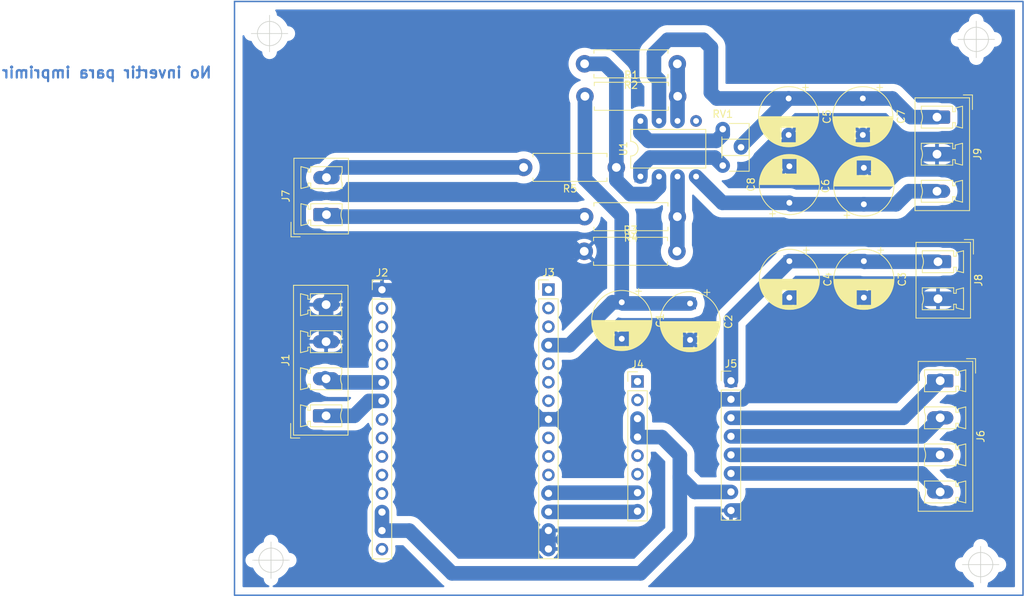
<source format=kicad_pcb>
(kicad_pcb (version 20211014) (generator pcbnew)
  (layers (0 "F.Cu" signal) (31 "B.Cu" signal) (34 "B.Paste" user) (35 "F.Paste" user) (36 "B.SilkS" user "B.Silkscreen") (37 "F.SilkS" user "F.Silkscreen") (38 "B.Mask" user) (39 "F.Mask" user) (44 "Edge.Cuts" user))
  (net 0 "")
  (net 1 "GND")
  (net 2 "Net-(R1-Pad1)")
  (net 3 "Net-(J5-Pad1)")
  (net 4 "Net-(J9-Pad1)")
  (net 5 "Net-(R2-Pad2)")
  (net 6 "Net-(U1-Pad4)")
  (net 7 "Net-(J7-Pad1)")
  (net 8 "Net-(J7-Pad2)")
  (net 9 "Net-(J1-Pad1)")
  (net 10 "Net-(J1-Pad2)")
  (net 20 "Net-(J2-Pad13)")
  (net 31 "Net-(J3-Pad12)")
  (net 32 "Net-(J3-Pad13)")
  (net 37 "Net-(J5-Pad3)")
  (net 38 "Net-(J5-Pad4)")
  (net 39 "Net-(J5-Pad5)")
  (net 40 "Net-(J5-Pad6)")
  (net 41 "Net-(RV1-Pad1)")
  (net 42 "Net-(RV1-Pad3)")
  (net 44 "Net-(U1-Pad6)")
  (net 45 "Net-(R4-Pad1)")
  (footprint "Capacitor_THT:CP_Radial_D8.0mm_P5.00mm" (layer "F.Cu") (at 139.8 85.797349 -90)
    (property "Reference" "C4")
    (property "Value" "C")
    (fp_text reference "C4" (at 2.5 -5.25 90) (layer "F.SilkS"))
    (fp_text value "C")
    (pad "1" thru_hole rect (at 0 0 270) (size 1.6 1.6) (drill 0.8) (layers *.Cu *.Mask) (net 3 "Net-(J5-Pad1)"))
    (pad "2" thru_hole circle (at 5 0 270) (size 1.6 1.6) (drill 0.8) (layers *.Cu *.Mask) (net 1 "GND"))
  )
  (footprint "Connector_PinHeader_2.54mm:PinHeader_1x08_P2.54mm_Vertical" (layer "F.Cu") (at 131.8 102.2)
    (property "Reference" "J5")
    (property "Value" "Conn_01x08_Male")
    (fp_text reference "J5" (at 0 -2.33) (layer "F.SilkS"))
    (fp_text value "Conn_01x08_Male")
    (pad "1" thru_hole rect (at 0 0) (size 1.7 1.7) (drill 1) (layers *.Cu *.Mask) (net 3 "Net-(J5-Pad1)"))
    (pad "2" thru_hole oval (at 0 2.54) (size 1.7 1.7) (drill 1) (layers *.Cu *.Mask) (net 1 "GND"))
    (pad "3" thru_hole oval (at 0 5.08) (size 1.7 1.7) (drill 1) (layers *.Cu *.Mask) (net 37 "Net-(J5-Pad3)"))
    (pad "4" thru_hole oval (at 0 7.62) (size 1.7 1.7) (drill 1) (layers *.Cu *.Mask) (net 38 "Net-(J5-Pad4)"))
    (pad "5" thru_hole oval (at 0 10.16) (size 1.7 1.7) (drill 1) (layers *.Cu *.Mask) (net 39 "Net-(J5-Pad5)"))
    (pad "6" thru_hole oval (at 0 12.7) (size 1.7 1.7) (drill 1) (layers *.Cu *.Mask) (net 40 "Net-(J5-Pad6)"))
    (pad "7" thru_hole oval (at 0 15.24) (size 1.7 1.7) (drill 1) (layers *.Cu *.Mask) (net 20 "Net-(J2-Pad13)"))
    (pad "8" thru_hole oval (at 0 17.78) (size 1.7 1.7) (drill 1) (layers *.Cu *.Mask) (net 1 "GND"))
  )
  (footprint "Capacitor_THT:CP_Radial_D8.0mm_P5.00mm" (layer "F.Cu") (at 126.2 91.597349 -90)
    (fp_text reference "C2" (at 2.5 -5.25 90) (layer "F.SilkS"))
    (fp_text value "C")
    (pad "1" thru_hole rect (at 0 0 270) (size 1.6 1.6) (drill 0.8) (layers *.Cu *.Mask) (net 2 "Net-(R1-Pad1)"))
    (pad "2" thru_hole circle (at 5 0 270) (size 1.6 1.6) (drill 0.8) (layers *.Cu *.Mask) (net 1 "GND"))
  )
  (footprint "Capacitor_THT:CP_Radial_D8.0mm_P5.00mm" (layer "F.Cu") (at 150 78.002651 90)
    (fp_text reference "C6" (at 2.5 -5.25 90) (layer "F.SilkS"))
    (fp_text value "C")
    (pad "1" thru_hole rect (at 0 0 90) (size 1.6 1.6) (drill 0.8) (layers *.Cu *.Mask) (net 6 "Net-(U1-Pad4)"))
    (pad "2" thru_hole circle (at 5 0 90) (size 1.6 1.6) (drill 0.8) (layers *.Cu *.Mask) (net 1 "GND"))
  )
  (footprint "Connector_PinHeader_2.54mm:PinHeader_1x15_P2.54mm_Vertical" (layer "F.Cu") (at 84 89.72)
    (property "Reference" "J2")
    (property "Value" "Conn_01x15_Male")
    (fp_text reference "J2" (at 0 -2.33) (layer "F.SilkS"))
    (fp_text value "Conn_01x15_Male")
    (pad "1" thru_hole rect (at 0 0) (size 1.7 1.7) (drill 1) (layers *.Cu *.Mask) (net 1 "GND"))
    (pad "2" thru_hole oval (at 0 2.54) (size 1.7 1.7) (drill 1) (layers *.Cu *.Mask))
    (pad "3" thru_hole oval (at 0 5.08) (size 1.7 1.7) (drill 1) (layers *.Cu *.Mask))
    (pad "4" thru_hole oval (at 0 7.62) (size 1.7 1.7) (drill 1) (layers *.Cu *.Mask))
    (pad "5" thru_hole oval (at 0 10.16) (size 1.7 1.7) (drill 1) (layers *.Cu *.Mask))
    (pad "6" thru_hole oval (at 0 12.7) (size 1.7 1.7) (drill 1) (layers *.Cu *.Mask) (net 10 "Net-(J1-Pad2)"))
    (pad "7" thru_hole oval (at 0 15.24) (size 1.7 1.7) (drill 1) (layers *.Cu *.Mask) (net 9 "Net-(J1-Pad1)"))
    (pad "8" thru_hole oval (at 0 17.78) (size 1.7 1.7) (drill 1) (layers *.Cu *.Mask))
    (pad "9" thru_hole oval (at 0 20.32) (size 1.7 1.7) (drill 1) (layers *.Cu *.Mask))
    (pad "10" thru_hole oval (at 0 22.86) (size 1.7 1.7) (drill 1) (layers *.Cu *.Mask))
    (pad "11" thru_hole oval (at 0 25.4) (size 1.7 1.7) (drill 1) (layers *.Cu *.Mask))
    (pad "12" thru_hole oval (at 0 27.94) (size 1.7 1.7) (drill 1) (layers *.Cu *.Mask))
    (pad "13" thru_hole oval (at 0 30.48) (size 1.7 1.7) (drill 1) (layers *.Cu *.Mask) (net 20 "Net-(J2-Pad13)"))
    (pad "14" thru_hole oval (at 0 33.02) (size 1.7 1.7) (drill 1) (layers *.Cu *.Mask) (net 20 "Net-(J2-Pad13)"))
    (pad "15" thru_hole oval (at 0 35.56) (size 1.7 1.7) (drill 1) (layers *.Cu *.Mask))
  )
  (footprint "Capacitor_THT:CP_Radial_D8.0mm_P5.00mm" (layer "F.Cu") (at 149.86 63.5 -90)
    (fp_text reference "C7" (at 2.5 -5.25 90) (layer "F.SilkS"))
    (fp_text value "C")
    (pad "1" thru_hole rect (at 0 0 270) (size 1.6 1.6) (drill 0.8) (layers *.Cu *.Mask) (net 4 "Net-(J9-Pad1)"))
    (pad "2" thru_hole circle (at 5 0 270) (size 1.6 1.6) (drill 0.8) (layers *.Cu *.Mask) (net 1 "GND"))
  )
  (footprint "Capacitor_THT:CP_Radial_D8.0mm_P5.00mm" (layer "F.Cu") (at 150 85.797349 -90)
    (property "Reference" "C3")
    (property "Value" "C")
    (fp_text reference "C3" (at 2.5 -5.25 90) (layer "F.SilkS"))
    (fp_text value "C")
    (pad "1" thru_hole rect (at 0 0 270) (size 1.6 1.6) (drill 0.8) (layers *.Cu *.Mask) (net 3 "Net-(J5-Pad1)"))
    (pad "2" thru_hole circle (at 5 0 270) (size 1.6 1.6) (drill 0.8) (layers *.Cu *.Mask) (net 1 "GND"))
  )
  (footprint "Capacitor_THT:CP_Radial_D8.0mm_P5.00mm" (layer "F.Cu") (at 116.84 91.44 -90)
    (fp_text reference "C1" (at 2.5 -5.25 90) (layer "F.SilkS"))
    (fp_text value "C")
    (pad "1" thru_hole rect (at 0 0 270) (size 1.6 1.6) (drill 0.8) (layers *.Cu *.Mask) (net 2 "Net-(R1-Pad1)"))
    (pad "2" thru_hole circle (at 5 0 270) (size 1.6 1.6) (drill 0.8) (layers *.Cu *.Mask) (net 1 "GND"))
  )
  (footprint "Connector_Phoenix_MC_HighVoltage:PhoenixContact_MCV_1,5_4-G-5.08_1x04_P5.08mm_Vertical" (layer "F.Cu") (at 76.3425 107.0025 90)
    (property "Reference" "J1")
    (property "Value" "Screw_Terminal_01x04")
    (fp_text reference "J1" (at 7.62 -5.55 90) (layer "F.SilkS"))
    (fp_text value "Screw_Terminal_01x04")
    (pad "1" thru_hole roundrect (at 0 0 90) (size 1.8 3.6) (drill 1.2) (layers *.Cu *.Mask) (roundrect_rratio 0.138889) (net 9 "Net-(J1-Pad1)"))
    (pad "2" thru_hole oval (at 5.08 0 90) (size 1.8 3.6) (drill 1.2) (layers *.Cu *.Mask) (net 10 "Net-(J1-Pad2)"))
    (pad "3" thru_hole oval (at 10.16 0 90) (size 1.8 3.6) (drill 1.2) (layers *.Cu *.Mask) (net 1 "GND"))
    (pad "4" thru_hole oval (at 15.24 0 90) (size 1.8 3.6) (drill 1.2) (layers *.Cu *.Mask) (net 1 "GND"))
  )
  (footprint "Connector_Phoenix_MC_HighVoltage:PhoenixContact_MCV_1,5_2-G-5.08_1x02_P5.08mm_Vertical" (layer "F.Cu") (at 76.3925 79.4225 90)
    (fp_text reference "J7" (at 2.54 -5.55 90) (layer "F.SilkS"))
    (fp_text value "Screw_Terminal_01x02")
    (pad "1" thru_hole roundrect (at 0 0 90) (size 1.8 3.6) (drill 1.2) (layers *.Cu *.Mask) (roundrect_rratio 0.138889) (net 7 "Net-(J7-Pad1)"))
    (pad "2" thru_hole oval (at 5.08 0 90) (size 1.8 3.6) (drill 1.2) (layers *.Cu *.Mask) (net 8 "Net-(J7-Pad2)"))
  )
  (footprint "Resistor_THT:R_Axial_DIN0411_L9.9mm_D3.6mm_P12.70mm_Horizontal" (layer "F.Cu") (at 124.45 79.7 180)
    (fp_text reference "R4" (at 6.35 -2.92) (layer "F.SilkS"))
    (fp_text value "R")
    (pad "1" thru_hole circle (at 0 0 180) (size 2.4 2.4) (drill 1.2) (layers *.Cu *.Mask) (net 45 "Net-(R4-Pad1)"))
    (pad "2" thru_hole oval (at 12.7 0 180) (size 2.4 2.4) (drill 1.2) (layers *.Cu *.Mask) (net 7 "Net-(J7-Pad1)"))
  )
  (footprint "Connector_PinHeader_2.54mm:PinHeader_1x08_P2.54mm_Vertical" (layer "F.Cu") (at 119 102.3)
    (property "Reference" "J4")
    (property "Value" "Conn_01x08_Male")
    (fp_text reference "J4" (at 0 -2.33) (layer "F.SilkS"))
    (fp_text value "Conn_01x08_Male")
    (pad "1" thru_hole rect (at 0 0) (size 1.7 1.7) (drill 1) (layers *.Cu *.Mask))
    (pad "2" thru_hole oval (at 0 2.54) (size 1.7 1.7) (drill 1) (layers *.Cu *.Mask))
    (pad "3" thru_hole oval (at 0 5.08) (size 1.7 1.7) (drill 1) (layers *.Cu *.Mask) (net 20 "Net-(J2-Pad13)"))
    (pad "4" thru_hole oval (at 0 7.62) (size 1.7 1.7) (drill 1) (layers *.Cu *.Mask) (net 20 "Net-(J2-Pad13)"))
    (pad "5" thru_hole oval (at 0 10.16) (size 1.7 1.7) (drill 1) (layers *.Cu *.Mask))
    (pad "6" thru_hole oval (at 0 12.7) (size 1.7 1.7) (drill 1) (layers *.Cu *.Mask))
    (pad "7" thru_hole oval (at 0 15.24) (size 1.7 1.7) (drill 1) (layers *.Cu *.Mask) (net 31 "Net-(J3-Pad12)"))
    (pad "8" thru_hole oval (at 0 17.78) (size 1.7 1.7) (drill 1) (layers *.Cu *.Mask) (net 32 "Net-(J3-Pad13)"))
  )
  (footprint "Capacitor_THT:CP_Radial_D8.0mm_P5.00mm" (layer "F.Cu") (at 139.7 63.5 -90)
    (fp_text reference "C5" (at 2.5 -5.25 90) (layer "F.SilkS"))
    (fp_text value "C")
    (pad "1" thru_hole rect (at 0 0 270) (size 1.6 1.6) (drill 0.8) (layers *.Cu *.Mask) (net 4 "Net-(J9-Pad1)"))
    (pad "2" thru_hole circle (at 5 0 270) (size 1.6 1.6) (drill 0.8) (layers *.Cu *.Mask) (net 1 "GND"))
  )
  (footprint "Capacitor_THT:CP_Radial_D8.0mm_P5.00mm" (layer "F.Cu") (at 139.8 77.8 90)
    (fp_text reference "C8" (at 2.5 -5.25 90) (layer "F.SilkS"))
    (fp_text value "C")
    (pad "1" thru_hole rect (at 0 0 90) (size 1.6 1.6) (drill 0.8) (layers *.Cu *.Mask) (net 6 "Net-(U1-Pad4)"))
    (pad "2" thru_hole circle (at 5 0 90) (size 1.6 1.6) (drill 0.8) (layers *.Cu *.Mask) (net 1 "GND"))
  )
  (footprint "Resistor_THT:R_Axial_DIN0411_L9.9mm_D3.6mm_P12.70mm_Horizontal" (layer "F.Cu") (at 111.8 63.2)
    (property "Reference" "R1")
    (property "Value" "R")
    (fp_text reference "R1" (at 6.35 -2.92) (layer "F.SilkS"))
    (fp_text value "R")
    (pad "1" thru_hole circle (at 0 0) (size 2.4 2.4) (drill 1.2) (layers *.Cu *.Mask) (net 2 "Net-(R1-Pad1)"))
    (pad "2" thru_hole oval (at 12.7 0) (size 2.4 2.4) (drill 1.2) (layers *.Cu *.Mask) (net 44 "Net-(U1-Pad6)"))
  )
  (footprint "Potentiometer_THT:Potentiometer_ACP_CA6-H2,5_Horizontal" (layer "F.Cu") (at 130.675 67.7)
    (property "Reference" "RV1")
    (property "Value" "R_Potentiometer")
    (fp_text reference "RV1" (at 0 -2.06) (layer "F.SilkS"))
    (fp_text value "R_Potentiometer")
    (pad "1" thru_hole circle (at 0 0) (size 1.62 1.62) (drill 0.9) (layers *.Cu *.Mask) (net 41 "Net-(RV1-Pad1)"))
    (pad "2" thru_hole circle (at 2.5 2.5) (size 1.62 1.62) (drill 0.9) (layers *.Cu *.Mask) (net 4 "Net-(J9-Pad1)"))
    (pad "3" thru_hole circle (at 0 5) (size 1.62 1.62) (drill 0.9) (layers *.Cu *.Mask) (net 42 "Net-(RV1-Pad3)"))
  )
  (footprint "Resistor_THT:R_Axial_DIN0411_L9.9mm_D3.6mm_P12.70mm_Horizontal" (layer "F.Cu") (at 124.45 58.75 180)
    (fp_text reference "R2" (at 6.35 -2.92) (layer "F.SilkS"))
    (fp_text value "R")
    (pad "1" thru_hole circle (at 0 0 180) (size 2.4 2.4) (drill 1.2) (layers *.Cu *.Mask) (net 44 "Net-(U1-Pad6)"))
    (pad "2" thru_hole oval (at 12.7 0 180) (size 2.4 2.4) (drill 1.2) (layers *.Cu *.Mask) (net 5 "Net-(R2-Pad2)"))
  )
  (footprint "Resistor_THT:R_Axial_DIN0411_L9.9mm_D3.6mm_P12.70mm_Horizontal" (layer "F.Cu") (at 111.7 84.45)
    (fp_text reference "R3" (at 6.35 -2.92) (layer "F.SilkS"))
    (fp_text value "R")
    (pad "1" thru_hole circle (at 0 0) (size 2.4 2.4) (drill 1.2) (layers *.Cu *.Mask) (net 1 "GND"))
    (pad "2" thru_hole oval (at 12.7 0) (size 2.4 2.4) (drill 1.2) (layers *.Cu *.Mask) (net 45 "Net-(R4-Pad1)"))
  )
  (footprint "Connector_Phoenix_MC_HighVoltage:PhoenixContact_MCV_1,5_2-G-5.08_1x02_P5.08mm_Vertical" (layer "F.Cu") (at 160.1575 85.8775 -90)
    (property "Reference" "J8")
    (property "Value" "Screw_Terminal_01x02")
    (fp_text reference "J8" (at 2.54 -5.55 90) (layer "F.SilkS"))
    (fp_text value "Screw_Terminal_01x02")
    (pad "1" thru_hole roundrect (at 0 0 270) (size 1.8 3.6) (drill 1.2) (layers *.Cu *.Mask) (roundrect_rratio 0.138889) (net 3 "Net-(J5-Pad1)"))
    (pad "2" thru_hole oval (at 5.08 0 270) (size 1.8 3.6) (drill 1.2) (layers *.Cu *.Mask) (net 1 "GND"))
  )
  (footprint "Connector_Phoenix_MC_HighVoltage:PhoenixContact_MCV_1,5_4-G-5.08_1x04_P5.08mm_Vertical" (layer "F.Cu") (at 160.4575 102.1975 -90)
    (property "Reference" "J6")
    (property "Value" "Screw_Terminal_01x04")
    (fp_text reference "J6" (at 7.62 -5.55 90) (layer "F.SilkS"))
    (fp_text value "Screw_Terminal_01x04")
    (pad "1" thru_hole roundrect (at 0 0 270) (size 1.8 3.6) (drill 1.2) (layers *.Cu *.Mask) (roundrect_rratio 0.138889) (net 37 "Net-(J5-Pad3)"))
    (pad "2" thru_hole oval (at 5.08 0 270) (size 1.8 3.6) (drill 1.2) (layers *.Cu *.Mask) (net 38 "Net-(J5-Pad4)"))
    (pad "3" thru_hole oval (at 10.16 0 270) (size 1.8 3.6) (drill 1.2) (layers *.Cu *.Mask) (net 39 "Net-(J5-Pad5)"))
    (pad "4" thru_hole oval (at 15.24 0 270) (size 1.8 3.6) (drill 1.2) (layers *.Cu *.Mask) (net 40 "Net-(J5-Pad6)"))
  )
  (footprint "Connector_Phoenix_MC_HighVoltage:PhoenixContact_MCV_1,5_3-G-5.08_1x03_P5.08mm_Vertical" (layer "F.Cu") (at 160.02 66.0575 -90)
    (property "Reference" "J9")
    (property "Value" "Screw_Terminal_01x03")
    (fp_text reference "J9" (at 5.08 -5.55 90) (layer "F.SilkS"))
    (fp_text value "Screw_Terminal_01x03")
    (pad "1" thru_hole roundrect (at 0 0 270) (size 1.8 3.6) (drill 1.2) (layers *.Cu *.Mask) (roundrect_rratio 0.138889) (net 4 "Net-(J9-Pad1)"))
    (pad "2" thru_hole oval (at 5.08 0 270) (size 1.8 3.6) (drill 1.2) (layers *.Cu *.Mask) (net 1 "GND"))
    (pad "3" thru_hole oval (at 10.16 0 270) (size 1.8 3.6) (drill 1.2) (layers *.Cu *.Mask) (net 6 "Net-(U1-Pad4)"))
  )
  (footprint "Package_DIP:DIP-8_W7.62mm" (layer "F.Cu") (at 119.4 74.2 90)
    (property "Reference" "U1")
    (property "Value" "OP77")
    (fp_text reference "U1" (at 3.81 -2.33 90) (layer "F.SilkS"))
    (fp_text value "OP77")
    (pad "1" thru_hole rect (at 0 0 90) (size 1.6 1.6) (drill 0.8) (layers *.Cu *.Mask) (net 42 "Net-(RV1-Pad3)"))
    (pad "2" thru_hole oval (at 0 2.54 90) (size 1.6 1.6) (drill 0.8) (layers *.Cu *.Mask) (net 5 "Net-(R2-Pad2)"))
    (pad "3" thru_hole oval (at 0 5.08 90) (size 1.6 1.6) (drill 0.8) (layers *.Cu *.Mask) (net 45 "Net-(R4-Pad1)"))
    (pad "4" thru_hole oval (at 0 7.62 90) (size 1.6 1.6) (drill 0.8) (layers *.Cu *.Mask) (net 6 "Net-(U1-Pad4)"))
    (pad "5" thru_hole oval (at 7.62 7.62 90) (size 1.6 1.6) (drill 0.8) (layers *.Cu *.Mask))
    (pad "6" thru_hole oval (at 7.62 5.08 90) (size 1.6 1.6) (drill 0.8) (layers *.Cu *.Mask) (net 44 "Net-(U1-Pad6)"))
    (pad "7" thru_hole oval (at 7.62 2.54 90) (size 1.6 1.6) (drill 0.8) (layers *.Cu *.Mask) (net 4 "Net-(J9-Pad1)"))
    (pad "8" thru_hole oval (at 7.62 0 90) (size 1.6 1.6) (drill 0.8) (layers *.Cu *.Mask) (net 41 "Net-(RV1-Pad1)"))
  )
  (footprint "Connector_PinHeader_2.54mm:PinHeader_1x15_P2.54mm_Vertical" (layer "F.Cu") (at 106.8 89.7)
    (property "Reference" "J3")
    (property "Value" "Conn_01x15_Male")
    (fp_text reference "J3" (at 0 -2.33) (layer "F.SilkS"))
    (fp_text value "Conn_01x15_Male")
    (pad "1" thru_hole rect (at 0 0) (size 1.7 1.7) (drill 1) (layers *.Cu *.Mask))
    (pad "2" thru_hole oval (at 0 2.54) (size 1.7 1.7) (drill 1) (layers *.Cu *.Mask))
    (pad "3" thru_hole oval (at 0 5.08) (size 1.7 1.7) (drill 1) (layers *.Cu *.Mask))
    (pad "4" thru_hole oval (at 0 7.62) (size 1.7 1.7) (drill 1) (layers *.Cu *.Mask) (net 2 "Net-(R1-Pad1)"))
    (pad "5" thru_hole oval (at 0 10.16) (size 1.7 1.7) (drill 1) (layers *.Cu *.Mask))
    (pad "6" thru_hole oval (at 0 12.7) (size 1.7 1.7) (drill 1) (layers *.Cu *.Mask))
    (pad "7" thru_hole oval (at 0 15.24) (size 1.7 1.7) (drill 1) (layers *.Cu *.Mask))
    (pad "8" thru_hole oval (at 0 17.78) (size 1.7 1.7) (drill 1) (layers *.Cu *.Mask) (net 1 "GND"))
    (pad "9" thru_hole oval (at 0 20.32) (size 1.7 1.7) (drill 1) (layers *.Cu *.Mask))
    (pad "10" thru_hole oval (at 0 22.86) (size 1.7 1.7) (drill 1) (layers *.Cu *.Mask))
    (pad "11" thru_hole oval (at 0 25.4) (size 1.7 1.7) (drill 1) (layers *.Cu *.Mask))
    (pad "12" thru_hole oval (at 0 27.94) (size 1.7 1.7) (drill 1) (layers *.Cu *.Mask) (net 31 "Net-(J3-Pad12)"))
    (pad "13" thru_hole oval (at 0 30.48) (size 1.7 1.7) (drill 1) (layers *.Cu *.Mask) (net 32 "Net-(J3-Pad13)"))
    (pad "14" thru_hole oval (at 0 33.02) (size 1.7 1.7) (drill 1) (layers *.Cu *.Mask) (net 1 "GND"))
    (pad "15" thru_hole oval (at 0 35.56) (size 1.7 1.7) (drill 1) (layers *.Cu *.Mask) (net 1 "GND"))
  )
  (footprint "Resistor_THT:R_Axial_DIN0411_L9.9mm_D3.6mm_P12.70mm_Horizontal" (layer "F.Cu") (at 116.1 72.95 180)
    (fp_text reference "R5" (at 6.35 -2.92) (layer "F.SilkS"))
    (fp_text value "R")
    (pad "1" thru_hole circle (at 0 0 180) (size 2.4 2.4) (drill 1.2) (layers *.Cu *.Mask) (net 5 "Net-(R2-Pad2)"))
    (pad "2" thru_hole oval (at 12.7 0 180) (size 2.4 2.4) (drill 1.2) (layers *.Cu *.Mask) (net 8 "Net-(J7-Pad2)"))
  )
  (gr_rect (start 63.8 50.2) (end 171.8 131.6) (layer "B.Cu") (width 0.2) (fill none))
  (gr_text "No invertir para imprimir" (at 46.3 59.95) (layer "B.Cu") (effects (font (size 1.5 1.5) (thickness 0.3)) (justify mirror)))
  (target plus (at 68.6 54.6) (size 5) (width 0.1) (layer "Edge.Cuts"))
  (target plus (at 68.8 126.8) (size 5) (width 0.1) (layer "Edge.Cuts"))
  (target plus (at 166 127.4) (size 5) (width 0.1) (layer "Edge.Cuts"))
  (target plus (at 165.4 55.4) (size 5) (width 0.1) (layer "Edge.Cuts"))
  (segment (start 131.8 104.74) (end 133.359022 104.74) (width 2) (layer "B.Cu") (net 1))
  (segment (start 92.8 91.2) (end 91.4 89.8) (width 2) (layer "B.Cu") (net 1))
  (segment (start 93.2 100.2) (end 92.8 99.8) (width 2) (layer "B.Cu") (net 1))
  (segment (start 110.92 107.48) (end 106.8 107.48) (width 2) (layer "B.Cu") (net 1))
  (segment (start 131.8 104.74) (end 126.94 104.74) (width 2) (layer "B.Cu") (net 1))
  (segment (start 162.8 122) (end 166 118.8) (width 2) (layer "B.Cu") (net 1))
  (segment (start 91.4 89.8) (end 84.08 89.8) (width 2) (layer "B.Cu") (net 1))
  (segment (start 150 73.002651) (end 140.002651 73.002651) (width 2) (layer "B.Cu") (net 1))
  (segment (start 78.385 89.72) (end 76.3425 91.7625) (width 2) (layer "B.Cu") (net 1))
  (segment (start 155.4 122) (end 162.8 122) (width 2) (layer "B.Cu") (net 1))
  (segment (start 150.160151 90.9575) (end 150 90.797349) (width 2) (layer "B.Cu") (net 1))
  (segment (start 160.1575 90.9575) (end 150.160151 90.9575) (width 2) (layer "B.Cu") (net 1))
  (segment (start 111.7 84.45) (end 96.75 84.45) (width 2) (layer "B.Cu") (net 1))
  (segment (start 116.84 96.44) (end 112.8 100.48) (width 2) (layer "B.Cu") (net 1))
  (segment (start 150 73.002651) (end 150 68.64) (width 2) (layer "B.Cu") (net 1))
  (segment (start 166.2 73.4) (end 166.2 92) (width 2) (layer "B.Cu") (net 1))
  (segment (start 136.6 101.499022) (end 136.6 93.997349) (width 2) (layer "B.Cu") (net 1))
  (segment (start 133.359022 104.74) (end 136.6 101.499022) (width 2) (layer "B.Cu") (net 1))
  (segment (start 163.9375 71.1375) (end 166.2 73.4) (width 2) (layer "B.Cu") (net 1))
  (segment (start 92.8 99.8) (end 92.8 91.2) (width 2) (layer "B.Cu") (net 1))
  (segment (start 136.6 93.997349) (end 139.8 90.797349) (width 2) (layer "B.Cu") (net 1))
  (segment (start 124.6 98.6) (end 124.15 98.15) (width 2) (layer "B.Cu") (net 1))
  (segment (start 84.08 89.8) (end 84 89.72) (width 2) (layer "B.Cu") (net 1))
  (segment (start 124.15 98.15) (end 122.44 96.44) (width 2) (layer "B.Cu") (net 1))
  (segment (start 106.8 107.48) (end 105.597919 107.48) (width 2) (layer "B.Cu") (net 1))
  (segment (start 106.8 125.26) (end 99.45896 117.91896) (width 2) (layer "B.Cu") (net 1))
  (segment (start 131.8 119.98) (end 153.38 119.98) (width 2) (layer "B.Cu") (net 1))
  (segment (start 160.02 71.1375) (end 163.9375 71.1375) (width 2) (layer "B.Cu") (net 1))
  (segment (start 139.8 90.797349) (end 150 90.797349) (width 2) (layer "B.Cu") (net 1))
  (segment (start 160.02 71.1375) (end 151.865151 71.1375) (width 2) (layer "B.Cu") (net 1))
  (segment (start 166.2 92) (end 166 92.2) (width 2) (layer "B.Cu") (net 1))
  (segment (start 96.75 84.45) (end 91.4 89.8) (width 2) (layer "B.Cu") (net 1))
  (segment (start 106.8 122.72) (end 106.8 125.26) (width 2) (layer "B.Cu") (net 1))
  (segment (start 84 89.72) (end 78.385 89.72) (width 2) (layer "B.Cu") (net 1))
  (segment (start 99.45896 101.34104) (end 98.317919 100.2) (width 2) (layer "B.Cu") (net 1))
  (segment (start 153.38 119.98) (end 155.4 122) (width 2) (layer "B.Cu") (net 1))
  (segment (start 151.865151 71.1375) (end 150 73.002651) (width 2) (layer "B.Cu") (net 1))
  (segment (start 126.2 96.597349) (end 124.647349 98.15) (width 2) (layer "B.Cu") (net 1))
  (segment (start 112.8 100.48) (end 112.8 105.6) (width 2) (layer "B.Cu") (net 1))
  (segment (start 140.002651 73.002651) (end 139.8 72.8) (width 2) (layer "B.Cu") (net 1))
  (segment (start 112.8 105.6) (end 110.92 107.48) (width 2) (layer "B.Cu") (net 1))
  (segment (start 126.94 104.74) (end 124.6 102.4) (width 2) (layer "B.Cu") (net 1))
  (segment (start 122.44 96.44) (end 116.84 96.44) (width 2) (layer "B.Cu") (net 1))
  (segment (start 124.647349 98.15) (end 124.15 98.15) (width 2) (layer "B.Cu") (net 1))
  (segment (start 105.597919 107.48) (end 99.45896 101.34104) (width 2) (layer "B.Cu") (net 1))
  (segment (start 98.317919 100.2) (end 93.2 100.2) (width 2) (layer "B.Cu") (net 1))
  (segment (start 99.45896 117.91896) (end 99.45896 101.34104) (width 2) (layer "B.Cu") (net 1))
  (segment (start 166 92.2) (end 164.7575 90.9575) (width 2) (layer "B.Cu") (net 1))
  (segment (start 76.3425 96.8425) (end 76.3425 91.7625) (width 2) (layer "B.Cu") (net 1))
  (segment (start 166 118.8) (end 166 92.2) (width 2) (layer "B.Cu") (net 1))
  (segment (start 124.6 102.4) (end 124.6 98.6) (width 2) (layer "B.Cu") (net 1))
  (segment (start 139.8 72.8) (end 139.8 68.6) (width 2) (layer "B.Cu") (net 1))
  (segment (start 150 68.64) (end 149.86 68.5) (width 2) (layer "B.Cu") (net 1))
  (segment (start 139.8 68.6) (end 139.7 68.5) (width 2) (layer "B.Cu") (net 1))
  (segment (start 164.7575 90.9575) (end 160.1575 90.9575) (width 2) (layer "B.Cu") (net 1))
  (segment (start 126.2 91.597349) (end 116.997349 91.597349) (width 2) (layer "B.Cu") (net 2))
  (segment (start 109.68 97.32) (end 106.8 97.32) (width 2) (layer "B.Cu") (net 2))
  (segment (start 115.56 91.44) (end 109.68 97.32) (width 2) (layer "B.Cu") (net 2))
  (segment (start 116.997349 91.597349) (end 116.84 91.44) (width 2) (layer "B.Cu") (net 2))
  (segment (start 116.84 91.44) (end 115.56 91.44) (width 2) (layer "B.Cu") (net 2))
  (segment (start 116.84 79.59) (end 116.84 91.44) (width 2) (layer "B.Cu") (net 2))
  (segment (start 111.8 74.55) (end 116.84 79.59) (width 2) (layer "B.Cu") (net 2))
  (segment (start 111.8 63.2) (end 111.8 74.55) (width 2) (layer "B.Cu") (net 2))
  (segment (start 160.1575 85.8775) (end 150.080151 85.8775) (width 2) (layer "B.Cu") (net 3))
  (segment (start 131.8 102.2) (end 131.8 93.797349) (width 2) (layer "B.Cu") (net 3))
  (segment (start 139.8 85.797349) (end 150 85.797349) (width 2) (layer "B.Cu") (net 3))
  (segment (start 150.080151 85.8775) (end 150 85.797349) (width 2) (layer "B.Cu") (net 3))
  (segment (start 131.8 93.797349) (end 139.8 85.797349) (width 2) (layer "B.Cu") (net 3))
  (segment (start 129.05 62.7) (end 129.05 56.5) (width 2) (layer "B.Cu") (net 4))
  (segment (start 123.15 55.45) (end 121.25 57.35) (width 2) (layer "B.Cu") (net 4))
  (segment (start 139.7 63.5) (end 129.85 63.5) (width 2) (layer "B.Cu") (net 4))
  (segment (start 121.25 60.3) (end 121.94 60.99) (width 2) (layer "B.Cu") (net 4))
  (segment (start 149.86 63.5) (end 139.7 63.5) (width 2) (layer "B.Cu") (net 4))
  (segment (start 121.25 57.35) (end 121.25 60.3) (width 2) (layer "B.Cu") (net 4))
  (segment (start 129.85 63.5) (end 129.05 62.7) (width 2) (layer "B.Cu") (net 4))
  (segment (start 129.05 56.5) (end 128 55.45) (width 2) (layer "B.Cu") (net 4))
  (segment (start 133.175 70.2) (end 133.175 70.025) (width 2) (layer "B.Cu") (net 4))
  (segment (start 153.9 63.5) (end 149.86 63.5) (width 2) (layer "B.Cu") (net 4))
  (segment (start 133.175 70.025) (end 139.7 63.5) (width 2) (layer "B.Cu") (net 4))
  (segment (start 156.4575 66.0575) (end 153.9 63.5) (width 2) (layer "B.Cu") (net 4))
  (segment (start 121.94 60.99) (end 121.94 66.58) (width 2) (layer "B.Cu") (net 4))
  (segment (start 160.02 66.0575) (end 156.4575 66.0575) (width 2) (layer "B.Cu") (net 4))
  (segment (start 128 55.45) (end 123.15 55.45) (width 2) (layer "B.Cu") (net 4))
  (segment (start 121.94 74.2) (end 121.94 75.66) (width 2) (layer "B.Cu") (net 5))
  (segment (start 121 76.6) (end 118 76.6) (width 2) (layer "B.Cu") (net 5))
  (segment (start 121.94 75.66) (end 121 76.6) (width 2) (layer "B.Cu") (net 5))
  (segment (start 116.1 74.7) (end 116.1 72.95) (width 2) (layer "B.Cu") (net 5))
  (segment (start 114.5 58.75) (end 116.15 60.4) (width 2) (layer "B.Cu") (net 5))
  (segment (start 118 76.6) (end 116.1 74.7) (width 2) (layer "B.Cu") (net 5))
  (segment (start 116.15 60.4) (end 116.1 60.45) (width 2) (layer "B.Cu") (net 5))
  (segment (start 116.1 60.45) (end 116.1 72.95) (width 2) (layer "B.Cu") (net 5))
  (segment (start 111.75 58.75) (end 114.5 58.75) (width 2) (layer "B.Cu") (net 5))
  (segment (start 130.62 77.8) (end 139.8 77.8) (width 2) (layer "B.Cu") (net 6))
  (segment (start 127.02 74.2) (end 130.62 77.8) (width 2) (layer "B.Cu") (net 6))
  (segment (start 140.002651 78.002651) (end 139.8 77.8) (width 2) (layer "B.Cu") (net 6))
  (segment (start 154.397349 78.002651) (end 150 78.002651) (width 2) (layer "B.Cu") (net 6))
  (segment (start 156.1825 76.2175) (end 154.397349 78.002651) (width 2) (layer "B.Cu") (net 6))
  (segment (start 160.02 76.2175) (end 156.1825 76.2175) (width 2) (layer "B.Cu") (net 6))
  (segment (start 150 78.002651) (end 140.002651 78.002651) (width 2) (layer "B.Cu") (net 6))
  (segment (start 111.75 79.7) (end 76.67 79.7) (width 2) (layer "B.Cu") (net 7))
  (segment (start 76.67 79.7) (end 76.3925 79.4225) (width 2) (layer "B.Cu") (net 7))
  (segment (start 77.785 72.95) (end 76.3925 74.3425) (width 2) (layer "B.Cu") (net 8))
  (segment (start 103.4 72.95) (end 77.785 72.95) (width 2) (layer "B.Cu") (net 8))
  (segment (start 84 104.96) (end 82.24 104.96) (width 2) (layer "B.Cu") (net 9))
  (segment (start 82.24 104.96) (end 80.1975 107.0025) (width 2) (layer "B.Cu") (net 9))
  (segment (start 80.1975 107.0025) (end 76.3425 107.0025) (width 2) (layer "B.Cu") (net 9))
  (segment (start 76.84 102.42) (end 76.3425 101.9225) (width 2) (layer "B.Cu") (net 10))
  (segment (start 84 102.42) (end 76.84 102.42) (width 2) (layer "B.Cu") (net 10))
  (segment (start 76.4 101.8) (end 76.2 101.6) (width 1.5) (layer "B.Cu") (net 10))
  (segment (start 131.8 117.44) (end 126.84 117.44) (width 2) (layer "B.Cu") (net 20))
  (segment (start 124.8 115.4) (end 124.8 112.4) (width 2) (layer "B.Cu") (net 20))
  (segment (start 84 122.74) (end 84 120.2) (width 2) (layer "B.Cu") (net 20))
  (segment (start 124.8 112.4) (end 122.32 109.92) (width 2) (layer "B.Cu") (net 20))
  (segment (start 84 122.74) (end 87.74 122.74) (width 2) (layer "B.Cu") (net 20))
  (segment (start 124.8 123.2) (end 124.8 115.4) (width 2) (layer "B.Cu") (net 20))
  (segment (start 119 107.38) (end 119 109.92) (width 2) (layer "B.Cu") (net 20))
  (segment (start 119.4 128.6) (end 124.8 123.2) (width 2) (layer "B.Cu") (net 20))
  (segment (start 87.74 122.74) (end 93.6 128.6) (width 2) (layer "B.Cu") (net 20))
  (segment (start 126.84 117.44) (end 124.8 115.4) (width 2) (layer "B.Cu") (net 20))
  (segment (start 122.32 109.92) (end 119 109.92) (width 2) (layer "B.Cu") (net 20))
  (segment (start 93.6 128.6) (end 119.4 128.6) (width 2) (layer "B.Cu") (net 20))
  (segment (start 119 117.54) (end 106.9 117.54) (width 2) (layer "B.Cu") (net 31))
  (segment (start 106.9 117.54) (end 106.8 117.64) (width 2) (layer "B.Cu") (net 31))
  (segment (start 106.8 120.18) (end 118.9 120.18) (width 2) (layer "B.Cu") (net 32))
  (segment (start 118.9 120.18) (end 119 120.08) (width 2) (layer "B.Cu") (net 32))
  (segment (start 131.8 107.28) (end 155.375 107.28) (width 2) (layer "B.Cu") (net 37))
  (segment (start 155.375 107.28) (end 160.4575 102.1975) (width 2) (layer "B.Cu") (net 37))
  (segment (start 157.915 109.82) (end 160.4575 107.2775) (width 2) (layer "B.Cu") (net 38))
  (segment (start 131.8 109.82) (end 157.915 109.82) (width 2) (layer "B.Cu") (net 38))
  (segment (start 160.455 112.36) (end 160.4575 112.3575) (width 2) (layer "B.Cu") (net 39))
  (segment (start 131.8 112.36) (end 160.455 112.36) (width 2) (layer "B.Cu") (net 39))
  (segment (start 157.92 114.9) (end 160.4575 117.4375) (width 2) (layer "B.Cu") (net 40))
  (segment (start 131.8 114.9) (end 157.92 114.9) (width 2) (layer "B.Cu") (net 40))
  (segment (start 119.4 68.2) (end 119.4 66.58) (width 2) (layer "B.Cu") (net 41))
  (segment (start 130.675 67.7) (end 130.675 68.425) (width 2) (layer "B.Cu") (net 41))
  (segment (start 120.5 69.3) (end 119.4 68.2) (width 2) (layer "B.Cu") (net 41))
  (segment (start 130.675 68.425) (end 129.8 69.3) (width 2) (layer "B.Cu") (net 41))
  (segment (start 129.8 69.3) (end 120.5 69.3) (width 2) (layer "B.Cu") (net 41))
  (segment (start 130.675 72.7) (end 129.575 71.6) (width 2) (layer "B.Cu") (net 42))
  (segment (start 129.575 71.6) (end 120.7 71.6) (width 2) (layer "B.Cu") (net 42))
  (segment (start 120.7 71.6) (end 119.4 72.9) (width 2) (layer "B.Cu") (net 42))
  (segment (start 119.4 72.9) (end 119.4 74.2) (width 2) (layer "B.Cu") (net 42))
  (segment (start 124.5 63.2) (end 124.5 58.8) (width 2) (layer "B.Cu") (net 44))
  (segment (start 124.48 63.22) (end 124.5 63.2) (width 2) (layer "B.Cu") (net 44))
  (segment (start 124.48 66.58) (end 124.48 63.22) (width 2) (layer "B.Cu") (net 44))
  (segment (start 124.5 58.8) (end 124.45 58.75) (width 2) (layer "B.Cu") (net 44))
  (segment (start 124.45 84.4) (end 124.4 84.45) (width 2) (layer "B.Cu") (net 45))
  (segment (start 124.48 74.2) (end 124.48 79.67) (width 2) (layer "B.Cu") (net 45))
  (segment (start 124.48 79.67) (end 124.45 79.7) (width 2) (layer "B.Cu") (net 45))
  (segment (start 124.45 79.7) (end 124.45 84.4) (width 2) (layer "B.Cu") (net 45))
  (zone (net 1) (net_name "GND") (layer "B.Cu") (connect_pads (clearance 1)) (min_thickness 0.254) (fill yes (thermal_gap 0.508) (thermal_bridge_width 0.508))
    (polygon (pts (xy 171.95 50.2) (xy 171.75 131.75) (xy 63.7 131.55) (xy 63.7 50)))
  )
)
</source>
